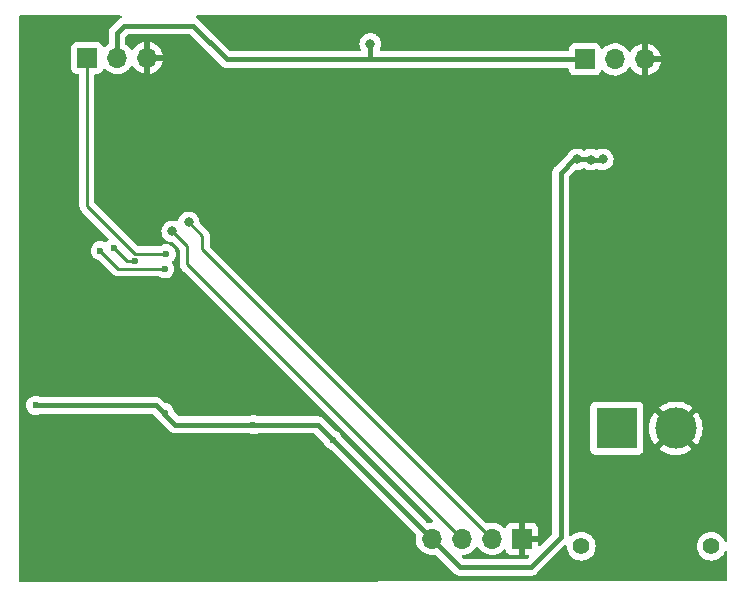
<source format=gbr>
%TF.GenerationSoftware,KiCad,Pcbnew,(6.0.6)*%
%TF.CreationDate,2022-10-01T00:42:19+08:00*%
%TF.ProjectId,Scratch_control,53637261-7463-4685-9f63-6f6e74726f6c,rev?*%
%TF.SameCoordinates,Original*%
%TF.FileFunction,Copper,L2,Bot*%
%TF.FilePolarity,Positive*%
%FSLAX46Y46*%
G04 Gerber Fmt 4.6, Leading zero omitted, Abs format (unit mm)*
G04 Created by KiCad (PCBNEW (6.0.6)) date 2022-10-01 00:42:19*
%MOMM*%
%LPD*%
G01*
G04 APERTURE LIST*
%TA.AperFunction,ComponentPad*%
%ADD10R,1.700000X1.700000*%
%TD*%
%TA.AperFunction,ComponentPad*%
%ADD11O,1.700000X1.700000*%
%TD*%
%TA.AperFunction,ComponentPad*%
%ADD12C,1.400000*%
%TD*%
%TA.AperFunction,ComponentPad*%
%ADD13R,3.500000X3.500000*%
%TD*%
%TA.AperFunction,ComponentPad*%
%ADD14C,3.500000*%
%TD*%
%TA.AperFunction,ViaPad*%
%ADD15C,0.800000*%
%TD*%
%TA.AperFunction,ViaPad*%
%ADD16C,0.600000*%
%TD*%
%TA.AperFunction,Conductor*%
%ADD17C,0.400000*%
%TD*%
%TA.AperFunction,Conductor*%
%ADD18C,0.250000*%
%TD*%
G04 APERTURE END LIST*
D10*
%TO.P,J5,1*%
%TO.N,GND*%
X171069000Y-138811000D03*
D11*
%TO.P,J5,2*%
%TO.N,/SWCLK*%
X168529000Y-138811000D03*
%TO.P,J5,3*%
%TO.N,/SWDIO*%
X165989000Y-138811000D03*
%TO.P,J5,4*%
%TO.N,+3V3*%
X163449000Y-138811000D03*
%TD*%
D12*
%TO.P,J4,*%
%TO.N,*%
X176110000Y-139453000D03*
X187110000Y-139453000D03*
D13*
%TO.P,J4,1,Pin_1*%
%TO.N,+24V*%
X179110000Y-129453000D03*
D14*
%TO.P,J4,2,Pin_2*%
%TO.N,GND*%
X184110000Y-129453000D03*
%TD*%
D10*
%TO.P,J2,1,Pin_1*%
%TO.N,+5V*%
X176418000Y-98228000D03*
D11*
%TO.P,J2,2,Pin_2*%
%TO.N,/PWM3*%
X178958000Y-98228000D03*
%TO.P,J2,3,Pin_3*%
%TO.N,GND*%
X181498000Y-98228000D03*
%TD*%
D10*
%TO.P,J1,1,Pin_1*%
%TO.N,/PWM4*%
X134254000Y-98101000D03*
D11*
%TO.P,J1,2,Pin_2*%
%TO.N,+5V*%
X136794000Y-98101000D03*
%TO.P,J1,3,Pin_3*%
%TO.N,GND*%
X139334000Y-98101000D03*
%TD*%
D15*
%TO.N,GND*%
X138430000Y-136652000D03*
X141688080Y-102716282D03*
X170053000Y-125857000D03*
X157226000Y-135001000D03*
X150876000Y-136398000D03*
X130048000Y-106807000D03*
X131826000Y-136398000D03*
X171450000Y-133985000D03*
X131826000Y-134874000D03*
D16*
X152908000Y-121031000D03*
D15*
X167229904Y-110822518D03*
X181737000Y-108077000D03*
X144526000Y-135128000D03*
X144526000Y-136652000D03*
X144780000Y-107950000D03*
X160216990Y-105100777D03*
X170053000Y-133985000D03*
X181864000Y-134747000D03*
X139319000Y-119761000D03*
X187862517Y-111794054D03*
X131445000Y-106807000D03*
X130175000Y-118110000D03*
X170688000Y-102489000D03*
X170688000Y-104013000D03*
X152273000Y-134874000D03*
X167259000Y-102489000D03*
X157226000Y-136525000D03*
X182094899Y-118319723D03*
X133223000Y-134874000D03*
X158819990Y-106624777D03*
X130048000Y-105283000D03*
X158623000Y-136525000D03*
X179705000Y-136271000D03*
X158747318Y-113659169D03*
X172593000Y-114300000D03*
X165862000Y-116967000D03*
X133223000Y-136398000D03*
X172085000Y-102489000D03*
X185420000Y-114300000D03*
X140716000Y-119761000D03*
X182363777Y-121904764D03*
X146558000Y-106426000D03*
X130048000Y-109728000D03*
X130048000Y-108204000D03*
X147955000Y-106426000D03*
X139319000Y-121285000D03*
X154813000Y-113284000D03*
X142494000Y-121285000D03*
X163430470Y-129662692D03*
X178308000Y-134747000D03*
X178308000Y-136271000D03*
X181864000Y-136271000D03*
X156337000Y-113665000D03*
X183261000Y-136271000D03*
X152273000Y-136398000D03*
X142494000Y-119761000D03*
X143383000Y-107950000D03*
X167259000Y-104013000D03*
X139827000Y-135128000D03*
X140081000Y-104648000D03*
X147955000Y-115951000D03*
X168656000Y-102489000D03*
X157661209Y-125659396D03*
X179705000Y-134747000D03*
X131445000Y-108204000D03*
X170053000Y-127381000D03*
X159512000Y-127381000D03*
X143891000Y-119761000D03*
X147955000Y-104902000D03*
X145923000Y-135128000D03*
X156718000Y-124714000D03*
X171450000Y-130810000D03*
X143383000Y-109474000D03*
X170679148Y-120268268D03*
X158819990Y-105100777D03*
X171450000Y-132461000D03*
X145923000Y-136652000D03*
X184023000Y-108204000D03*
X144780000Y-109474000D03*
X170053000Y-129286000D03*
X171450000Y-127381000D03*
X131699000Y-114046000D03*
X183261000Y-134747000D03*
X131445000Y-105283000D03*
X183388000Y-111125000D03*
X172085000Y-104013000D03*
X168656000Y-104013000D03*
X143891000Y-121285000D03*
X142494000Y-117983000D03*
X170053000Y-130810000D03*
X160216990Y-106624777D03*
X170053000Y-132461000D03*
X171450000Y-129286000D03*
X138430000Y-135128000D03*
X171450000Y-125857000D03*
X146558000Y-104902000D03*
X150876000Y-134874000D03*
X164175980Y-112522093D03*
X172741653Y-120516122D03*
X140716000Y-121285000D03*
X175768000Y-120523000D03*
X163576000Y-126619000D03*
X131445000Y-109728000D03*
X139827000Y-136652000D03*
%TO.N,+3V3*%
X175768000Y-106680000D03*
D16*
X129921000Y-127508000D03*
D15*
X177927000Y-106680000D03*
D16*
X140843000Y-128143000D03*
X148336000Y-129159000D03*
X155067000Y-130429000D03*
D15*
X176911000Y-106705000D03*
%TO.N,+5V*%
X158242000Y-96901000D03*
D16*
%TO.N,/SENSOR*%
X140843000Y-115951000D03*
X135382000Y-114427000D03*
D15*
%TO.N,/SWDIO*%
X141478000Y-112776000D03*
%TO.N,/SWCLK*%
X142875000Y-112014000D03*
D16*
%TO.N,/PWM3*%
X138303000Y-115316000D03*
X136525000Y-114173000D03*
%TO.N,/PWM4*%
X140970000Y-114681000D03*
%TD*%
D17*
%TO.N,+3V3*%
X175514000Y-106680000D02*
X176886000Y-106680000D01*
X130810000Y-127508000D02*
X129921000Y-127508000D01*
X174371000Y-138684000D02*
X174371000Y-107823000D01*
X153797000Y-129159000D02*
X143510000Y-129159000D01*
X174371000Y-107823000D02*
X175514000Y-106680000D01*
X176911000Y-106705000D02*
X177902000Y-106705000D01*
X143510000Y-129159000D02*
X141732000Y-129159000D01*
X177902000Y-106705000D02*
X177927000Y-106680000D01*
X163449000Y-138811000D02*
X165862000Y-141224000D01*
X140081000Y-127508000D02*
X130810000Y-127508000D01*
X165862000Y-141224000D02*
X171831000Y-141224000D01*
X163449000Y-138811000D02*
X153797000Y-129159000D01*
X141732000Y-129159000D02*
X140081000Y-127508000D01*
X176886000Y-106680000D02*
X176911000Y-106705000D01*
X171831000Y-141224000D02*
X174371000Y-138684000D01*
%TO.N,+5V*%
X176418000Y-98228000D02*
X158312000Y-98228000D01*
X136794000Y-95997000D02*
X136794000Y-98101000D01*
X158242000Y-96901000D02*
X158242000Y-98158000D01*
X158312000Y-98228000D02*
X146107000Y-98228000D01*
X158242000Y-98158000D02*
X158312000Y-98228000D01*
X137414000Y-95377000D02*
X136794000Y-95997000D01*
X146107000Y-98228000D02*
X143256000Y-95377000D01*
X143256000Y-95377000D02*
X137414000Y-95377000D01*
D18*
%TO.N,/SENSOR*%
X136906000Y-115951000D02*
X140843000Y-115951000D01*
X135382000Y-114427000D02*
X136906000Y-115951000D01*
%TO.N,/SWDIO*%
X142748000Y-115570000D02*
X142748000Y-114046000D01*
X142748000Y-114046000D02*
X141478000Y-112776000D01*
X165989000Y-138811000D02*
X142748000Y-115570000D01*
%TO.N,/SWCLK*%
X168529000Y-138811000D02*
X144018000Y-114300000D01*
X144018000Y-113157000D02*
X142875000Y-112014000D01*
X144018000Y-114300000D02*
X144018000Y-113157000D01*
%TO.N,/PWM3*%
X137666604Y-115316000D02*
X137668000Y-115316000D01*
X137668000Y-115316000D02*
X138303000Y-115316000D01*
X136525000Y-114173000D02*
X136525000Y-114174396D01*
X136525000Y-114174396D02*
X137666604Y-115316000D01*
%TO.N,/PWM4*%
X138303000Y-114681000D02*
X134254000Y-110632000D01*
X140970000Y-114681000D02*
X138303000Y-114681000D01*
X134254000Y-110632000D02*
X134254000Y-98101000D01*
%TD*%
%TA.AperFunction,Conductor*%
%TO.N,GND*%
G36*
X137139073Y-94508502D02*
G01*
X137185566Y-94562158D01*
X137195670Y-94632432D01*
X137166176Y-94697012D01*
X137115490Y-94732366D01*
X137083344Y-94744513D01*
X137077083Y-94748816D01*
X137074717Y-94750053D01*
X137059937Y-94758280D01*
X137057652Y-94759631D01*
X137050695Y-94762685D01*
X137044675Y-94767305D01*
X137044669Y-94767308D01*
X137013542Y-94791194D01*
X136999998Y-94801587D01*
X136994668Y-94805459D01*
X136948280Y-94837339D01*
X136948275Y-94837344D01*
X136942019Y-94841643D01*
X136936968Y-94847313D01*
X136936966Y-94847314D01*
X136900565Y-94888170D01*
X136895584Y-94893446D01*
X136313480Y-95475550D01*
X136307215Y-95481404D01*
X136263615Y-95519439D01*
X136259248Y-95525653D01*
X136226872Y-95571719D01*
X136222939Y-95577014D01*
X136183524Y-95627282D01*
X136180401Y-95634198D01*
X136179017Y-95636484D01*
X136170643Y-95651165D01*
X136169378Y-95653525D01*
X136165010Y-95659739D01*
X136162250Y-95666818D01*
X136162249Y-95666820D01*
X136141798Y-95719275D01*
X136139247Y-95725344D01*
X136112955Y-95783573D01*
X136111571Y-95791040D01*
X136110770Y-95793595D01*
X136106141Y-95809848D01*
X136105478Y-95812428D01*
X136102718Y-95819509D01*
X136101727Y-95827040D01*
X136101726Y-95827042D01*
X136094379Y-95882852D01*
X136093348Y-95889359D01*
X136081704Y-95952186D01*
X136082141Y-95959766D01*
X136082141Y-95959767D01*
X136085291Y-96014392D01*
X136085500Y-96021646D01*
X136085500Y-96871114D01*
X136065498Y-96939235D01*
X136035153Y-96971874D01*
X135898459Y-97074507D01*
X135888965Y-97081635D01*
X135832537Y-97140684D01*
X135808283Y-97166064D01*
X135746759Y-97201494D01*
X135675846Y-97198037D01*
X135618060Y-97156791D01*
X135599207Y-97123243D01*
X135557767Y-97012703D01*
X135554615Y-97004295D01*
X135467261Y-96887739D01*
X135350705Y-96800385D01*
X135214316Y-96749255D01*
X135152134Y-96742500D01*
X133355866Y-96742500D01*
X133293684Y-96749255D01*
X133157295Y-96800385D01*
X133040739Y-96887739D01*
X132953385Y-97004295D01*
X132902255Y-97140684D01*
X132895500Y-97202866D01*
X132895500Y-98999134D01*
X132902255Y-99061316D01*
X132953385Y-99197705D01*
X133040739Y-99314261D01*
X133157295Y-99401615D01*
X133293684Y-99452745D01*
X133355866Y-99459500D01*
X133494500Y-99459500D01*
X133562621Y-99479502D01*
X133609114Y-99533158D01*
X133620500Y-99585500D01*
X133620500Y-110553233D01*
X133619973Y-110564416D01*
X133618298Y-110571909D01*
X133618547Y-110579835D01*
X133618547Y-110579836D01*
X133620438Y-110639986D01*
X133620500Y-110643945D01*
X133620500Y-110671856D01*
X133620997Y-110675790D01*
X133620997Y-110675791D01*
X133621005Y-110675856D01*
X133621938Y-110687693D01*
X133623327Y-110731889D01*
X133628978Y-110751339D01*
X133632987Y-110770700D01*
X133635526Y-110790797D01*
X133638445Y-110798168D01*
X133638445Y-110798170D01*
X133651804Y-110831912D01*
X133655649Y-110843142D01*
X133667982Y-110885593D01*
X133672015Y-110892412D01*
X133672017Y-110892417D01*
X133678293Y-110903028D01*
X133686988Y-110920776D01*
X133694448Y-110939617D01*
X133699110Y-110946033D01*
X133699110Y-110946034D01*
X133720436Y-110975387D01*
X133726952Y-110985307D01*
X133749458Y-111023362D01*
X133763779Y-111037683D01*
X133776619Y-111052716D01*
X133788528Y-111069107D01*
X133794634Y-111074158D01*
X133822605Y-111097298D01*
X133831384Y-111105288D01*
X136056066Y-113329970D01*
X136090092Y-113392282D01*
X136085027Y-113463097D01*
X136042480Y-113519933D01*
X136032999Y-113526379D01*
X136030091Y-113528168D01*
X136030085Y-113528172D01*
X136024088Y-113531862D01*
X136019055Y-113536791D01*
X135906880Y-113646641D01*
X135894493Y-113658771D01*
X135891451Y-113663491D01*
X135833363Y-113703319D01*
X135762398Y-113705436D01*
X135742140Y-113697932D01*
X135738666Y-113695727D01*
X135647238Y-113663171D01*
X135574425Y-113637243D01*
X135574420Y-113637242D01*
X135567790Y-113634881D01*
X135560802Y-113634048D01*
X135560799Y-113634047D01*
X135437698Y-113619368D01*
X135387680Y-113613404D01*
X135380677Y-113614140D01*
X135380676Y-113614140D01*
X135214288Y-113631628D01*
X135214286Y-113631629D01*
X135207288Y-113632364D01*
X135035579Y-113690818D01*
X135015259Y-113703319D01*
X134887095Y-113782166D01*
X134887092Y-113782168D01*
X134881088Y-113785862D01*
X134876053Y-113790793D01*
X134876050Y-113790795D01*
X134765942Y-113898621D01*
X134751493Y-113912771D01*
X134653235Y-114065238D01*
X134650826Y-114071858D01*
X134650824Y-114071861D01*
X134610883Y-114181598D01*
X134591197Y-114235685D01*
X134568463Y-114415640D01*
X134586163Y-114596160D01*
X134643418Y-114768273D01*
X134647065Y-114774295D01*
X134647066Y-114774297D01*
X134647189Y-114774499D01*
X134737380Y-114923424D01*
X134863382Y-115053902D01*
X135015159Y-115153222D01*
X135021763Y-115155678D01*
X135021765Y-115155679D01*
X135178558Y-115213990D01*
X135178560Y-115213990D01*
X135185168Y-115216448D01*
X135192153Y-115217380D01*
X135192157Y-115217381D01*
X135227087Y-115222041D01*
X135247187Y-115224723D01*
X135312063Y-115253558D01*
X135319617Y-115260521D01*
X136402343Y-116343247D01*
X136409887Y-116351537D01*
X136414000Y-116358018D01*
X136419777Y-116363443D01*
X136463667Y-116404658D01*
X136466509Y-116407413D01*
X136486230Y-116427134D01*
X136489425Y-116429612D01*
X136498447Y-116437318D01*
X136530679Y-116467586D01*
X136537628Y-116471406D01*
X136548432Y-116477346D01*
X136564956Y-116488199D01*
X136580959Y-116500613D01*
X136621543Y-116518176D01*
X136632173Y-116523383D01*
X136670940Y-116544695D01*
X136678617Y-116546666D01*
X136678622Y-116546668D01*
X136690558Y-116549732D01*
X136709266Y-116556137D01*
X136727855Y-116564181D01*
X136735680Y-116565420D01*
X136735682Y-116565421D01*
X136771519Y-116571097D01*
X136783140Y-116573504D01*
X136818289Y-116582528D01*
X136825970Y-116584500D01*
X136846231Y-116584500D01*
X136865940Y-116586051D01*
X136885943Y-116589219D01*
X136893835Y-116588473D01*
X136899062Y-116587979D01*
X136929954Y-116585059D01*
X136941811Y-116584500D01*
X140296903Y-116584500D01*
X140365896Y-116605068D01*
X140476159Y-116677222D01*
X140482763Y-116679678D01*
X140482765Y-116679679D01*
X140639558Y-116737990D01*
X140639560Y-116737990D01*
X140646168Y-116740448D01*
X140729995Y-116751633D01*
X140818980Y-116763507D01*
X140818984Y-116763507D01*
X140825961Y-116764438D01*
X140832972Y-116763800D01*
X140832976Y-116763800D01*
X140975459Y-116750832D01*
X141006600Y-116747998D01*
X141013302Y-116745820D01*
X141013304Y-116745820D01*
X141172409Y-116694124D01*
X141172412Y-116694123D01*
X141179108Y-116691947D01*
X141334912Y-116599069D01*
X141466266Y-116473982D01*
X141566643Y-116322902D01*
X141631055Y-116153338D01*
X141632035Y-116146366D01*
X141655748Y-115977639D01*
X141655748Y-115977636D01*
X141656299Y-115973717D01*
X141656616Y-115951000D01*
X141636397Y-115770745D01*
X141614791Y-115708700D01*
X141579064Y-115606106D01*
X141579062Y-115606103D01*
X141576745Y-115599448D01*
X141482439Y-115448525D01*
X141463304Y-115380157D01*
X141484170Y-115312296D01*
X141502402Y-115290512D01*
X141588159Y-115208846D01*
X141588162Y-115208843D01*
X141593266Y-115203982D01*
X141693643Y-115052902D01*
X141758055Y-114883338D01*
X141778358Y-114738876D01*
X141782748Y-114707639D01*
X141782748Y-114707636D01*
X141783299Y-114703717D01*
X141783616Y-114681000D01*
X141763397Y-114500745D01*
X141748789Y-114458797D01*
X141706064Y-114336106D01*
X141706062Y-114336103D01*
X141703745Y-114329448D01*
X141607626Y-114175624D01*
X141538577Y-114106091D01*
X141484778Y-114051915D01*
X141484774Y-114051912D01*
X141479815Y-114046918D01*
X141468697Y-114039862D01*
X141399959Y-113996240D01*
X141326666Y-113949727D01*
X141183143Y-113898621D01*
X141161109Y-113882634D01*
X141144452Y-113887013D01*
X141133124Y-113886178D01*
X141038028Y-113874839D01*
X140975680Y-113867404D01*
X140968677Y-113868140D01*
X140968676Y-113868140D01*
X140802288Y-113885628D01*
X140802286Y-113885629D01*
X140795288Y-113886364D01*
X140623579Y-113944818D01*
X140487039Y-114028819D01*
X140421019Y-114047500D01*
X138617594Y-114047500D01*
X138549473Y-114027498D01*
X138528499Y-114010595D01*
X134924405Y-110406500D01*
X134890379Y-110344188D01*
X134887500Y-110317405D01*
X134887500Y-99585500D01*
X134907502Y-99517379D01*
X134961158Y-99470886D01*
X135013500Y-99459500D01*
X135152134Y-99459500D01*
X135214316Y-99452745D01*
X135350705Y-99401615D01*
X135467261Y-99314261D01*
X135554615Y-99197705D01*
X135576799Y-99138529D01*
X135598598Y-99080382D01*
X135641240Y-99023618D01*
X135707802Y-98998918D01*
X135777150Y-99014126D01*
X135811817Y-99042114D01*
X135840250Y-99074938D01*
X136012126Y-99217632D01*
X136205000Y-99330338D01*
X136413692Y-99410030D01*
X136418760Y-99411061D01*
X136418763Y-99411062D01*
X136513862Y-99430410D01*
X136632597Y-99454567D01*
X136637772Y-99454757D01*
X136637774Y-99454757D01*
X136850673Y-99462564D01*
X136850677Y-99462564D01*
X136855837Y-99462753D01*
X136860957Y-99462097D01*
X136860959Y-99462097D01*
X137072288Y-99435025D01*
X137072289Y-99435025D01*
X137077416Y-99434368D01*
X137082366Y-99432883D01*
X137286429Y-99371661D01*
X137286434Y-99371659D01*
X137291384Y-99370174D01*
X137491994Y-99271896D01*
X137673860Y-99142173D01*
X137704652Y-99111489D01*
X137817616Y-98998918D01*
X137832096Y-98984489D01*
X137866580Y-98936500D01*
X137962453Y-98803077D01*
X137963640Y-98803930D01*
X138010960Y-98760362D01*
X138080897Y-98748145D01*
X138146338Y-98775678D01*
X138174166Y-98807511D01*
X138231694Y-98901388D01*
X138237777Y-98909699D01*
X138377213Y-99070667D01*
X138384580Y-99077883D01*
X138548434Y-99213916D01*
X138556881Y-99219831D01*
X138740756Y-99327279D01*
X138750042Y-99331729D01*
X138949001Y-99407703D01*
X138958899Y-99410579D01*
X139062250Y-99431606D01*
X139076299Y-99430410D01*
X139080000Y-99420065D01*
X139080000Y-99419517D01*
X139588000Y-99419517D01*
X139592064Y-99433359D01*
X139605478Y-99435393D01*
X139612184Y-99434534D01*
X139622262Y-99432392D01*
X139826255Y-99371191D01*
X139835842Y-99367433D01*
X140027095Y-99273739D01*
X140035945Y-99268464D01*
X140209328Y-99144792D01*
X140217200Y-99138139D01*
X140368052Y-98987812D01*
X140374730Y-98979965D01*
X140499003Y-98807020D01*
X140504313Y-98798183D01*
X140598670Y-98607267D01*
X140602469Y-98597672D01*
X140664377Y-98393910D01*
X140666555Y-98383837D01*
X140667986Y-98372962D01*
X140665775Y-98358778D01*
X140652617Y-98355000D01*
X139606115Y-98355000D01*
X139590876Y-98359475D01*
X139589671Y-98360865D01*
X139588000Y-98368548D01*
X139588000Y-99419517D01*
X139080000Y-99419517D01*
X139080000Y-97828885D01*
X139588000Y-97828885D01*
X139592475Y-97844124D01*
X139593865Y-97845329D01*
X139601548Y-97847000D01*
X140652344Y-97847000D01*
X140665875Y-97843027D01*
X140667180Y-97833947D01*
X140625214Y-97666875D01*
X140621894Y-97657124D01*
X140536972Y-97461814D01*
X140532105Y-97452739D01*
X140416426Y-97273926D01*
X140410136Y-97265757D01*
X140266806Y-97108240D01*
X140259273Y-97101215D01*
X140092139Y-96969222D01*
X140083552Y-96963517D01*
X139897117Y-96860599D01*
X139887705Y-96856369D01*
X139686959Y-96785280D01*
X139676988Y-96782646D01*
X139605837Y-96769972D01*
X139592540Y-96771432D01*
X139588000Y-96785989D01*
X139588000Y-97828885D01*
X139080000Y-97828885D01*
X139080000Y-96784102D01*
X139076082Y-96770758D01*
X139061806Y-96768771D01*
X139023324Y-96774660D01*
X139013288Y-96777051D01*
X138810868Y-96843212D01*
X138801359Y-96847209D01*
X138612463Y-96945542D01*
X138603738Y-96951036D01*
X138433433Y-97078905D01*
X138425726Y-97085748D01*
X138278590Y-97239717D01*
X138272109Y-97247722D01*
X138167498Y-97401074D01*
X138112587Y-97446076D01*
X138042062Y-97454247D01*
X137978315Y-97422993D01*
X137957618Y-97398509D01*
X137876822Y-97273617D01*
X137876820Y-97273614D01*
X137874014Y-97269277D01*
X137723670Y-97104051D01*
X137719619Y-97100852D01*
X137719615Y-97100848D01*
X137550408Y-96967216D01*
X137509345Y-96909298D01*
X137502500Y-96868334D01*
X137502500Y-96342661D01*
X137522502Y-96274540D01*
X137539405Y-96253565D01*
X137670567Y-96122404D01*
X137732879Y-96088379D01*
X137759662Y-96085500D01*
X142910340Y-96085500D01*
X142978461Y-96105502D01*
X142999435Y-96122405D01*
X145585550Y-98708520D01*
X145591404Y-98714785D01*
X145629439Y-98758385D01*
X145681719Y-98795128D01*
X145687014Y-98799061D01*
X145737282Y-98838476D01*
X145744198Y-98841599D01*
X145746484Y-98842983D01*
X145761165Y-98851357D01*
X145763525Y-98852622D01*
X145769739Y-98856990D01*
X145776818Y-98859750D01*
X145776820Y-98859751D01*
X145829275Y-98880202D01*
X145835344Y-98882753D01*
X145893573Y-98909045D01*
X145901040Y-98910429D01*
X145903595Y-98911230D01*
X145919848Y-98915859D01*
X145922428Y-98916522D01*
X145929509Y-98919282D01*
X145937040Y-98920273D01*
X145937042Y-98920274D01*
X145966661Y-98924173D01*
X145992861Y-98927622D01*
X145999359Y-98928652D01*
X146062186Y-98940296D01*
X146069766Y-98939859D01*
X146069767Y-98939859D01*
X146124392Y-98936709D01*
X146131646Y-98936500D01*
X158235127Y-98936500D01*
X158258088Y-98938610D01*
X158259718Y-98938912D01*
X158259719Y-98938912D01*
X158267186Y-98940296D01*
X158274766Y-98939859D01*
X158274767Y-98939859D01*
X158329392Y-98936709D01*
X158336646Y-98936500D01*
X174933500Y-98936500D01*
X175001621Y-98956502D01*
X175048114Y-99010158D01*
X175059500Y-99062500D01*
X175059500Y-99126134D01*
X175066255Y-99188316D01*
X175117385Y-99324705D01*
X175204739Y-99441261D01*
X175321295Y-99528615D01*
X175457684Y-99579745D01*
X175519866Y-99586500D01*
X177316134Y-99586500D01*
X177378316Y-99579745D01*
X177514705Y-99528615D01*
X177631261Y-99441261D01*
X177718615Y-99324705D01*
X177737559Y-99274173D01*
X177762598Y-99207382D01*
X177805240Y-99150618D01*
X177871802Y-99125918D01*
X177941150Y-99141126D01*
X177975817Y-99169114D01*
X178004250Y-99201938D01*
X178176126Y-99344632D01*
X178369000Y-99457338D01*
X178373825Y-99459180D01*
X178373826Y-99459181D01*
X178446612Y-99486975D01*
X178577692Y-99537030D01*
X178582760Y-99538061D01*
X178582763Y-99538062D01*
X178677862Y-99557410D01*
X178796597Y-99581567D01*
X178801772Y-99581757D01*
X178801774Y-99581757D01*
X179014673Y-99589564D01*
X179014677Y-99589564D01*
X179019837Y-99589753D01*
X179024957Y-99589097D01*
X179024959Y-99589097D01*
X179236288Y-99562025D01*
X179236289Y-99562025D01*
X179241416Y-99561368D01*
X179246366Y-99559883D01*
X179450429Y-99498661D01*
X179450434Y-99498659D01*
X179455384Y-99497174D01*
X179655994Y-99398896D01*
X179837860Y-99269173D01*
X179889582Y-99217632D01*
X179962676Y-99144792D01*
X179996096Y-99111489D01*
X180022361Y-99074938D01*
X180126453Y-98930077D01*
X180127640Y-98930930D01*
X180174960Y-98887362D01*
X180244897Y-98875145D01*
X180310338Y-98902678D01*
X180338166Y-98934511D01*
X180395694Y-99028388D01*
X180401777Y-99036699D01*
X180541213Y-99197667D01*
X180548580Y-99204883D01*
X180712434Y-99340916D01*
X180720881Y-99346831D01*
X180904756Y-99454279D01*
X180914042Y-99458729D01*
X181113001Y-99534703D01*
X181122899Y-99537579D01*
X181226250Y-99558606D01*
X181240299Y-99557410D01*
X181244000Y-99547065D01*
X181244000Y-99546517D01*
X181752000Y-99546517D01*
X181756064Y-99560359D01*
X181769478Y-99562393D01*
X181776184Y-99561534D01*
X181786262Y-99559392D01*
X181990255Y-99498191D01*
X181999842Y-99494433D01*
X182191095Y-99400739D01*
X182199945Y-99395464D01*
X182373328Y-99271792D01*
X182381200Y-99265139D01*
X182532052Y-99114812D01*
X182538730Y-99106965D01*
X182663003Y-98934020D01*
X182668313Y-98925183D01*
X182762670Y-98734267D01*
X182766469Y-98724672D01*
X182828377Y-98520910D01*
X182830555Y-98510837D01*
X182831986Y-98499962D01*
X182829775Y-98485778D01*
X182816617Y-98482000D01*
X181770115Y-98482000D01*
X181754876Y-98486475D01*
X181753671Y-98487865D01*
X181752000Y-98495548D01*
X181752000Y-99546517D01*
X181244000Y-99546517D01*
X181244000Y-97955885D01*
X181752000Y-97955885D01*
X181756475Y-97971124D01*
X181757865Y-97972329D01*
X181765548Y-97974000D01*
X182816344Y-97974000D01*
X182829875Y-97970027D01*
X182831180Y-97960947D01*
X182789214Y-97793875D01*
X182785894Y-97784124D01*
X182700972Y-97588814D01*
X182696105Y-97579739D01*
X182580426Y-97400926D01*
X182574136Y-97392757D01*
X182430806Y-97235240D01*
X182423273Y-97228215D01*
X182256139Y-97096222D01*
X182247552Y-97090517D01*
X182061117Y-96987599D01*
X182051705Y-96983369D01*
X181850959Y-96912280D01*
X181840988Y-96909646D01*
X181769837Y-96896972D01*
X181756540Y-96898432D01*
X181752000Y-96912989D01*
X181752000Y-97955885D01*
X181244000Y-97955885D01*
X181244000Y-96911102D01*
X181240082Y-96897758D01*
X181225806Y-96895771D01*
X181187324Y-96901660D01*
X181177288Y-96904051D01*
X180974868Y-96970212D01*
X180965359Y-96974209D01*
X180776463Y-97072542D01*
X180767738Y-97078036D01*
X180597433Y-97205905D01*
X180589726Y-97212748D01*
X180442590Y-97366717D01*
X180436109Y-97374722D01*
X180331498Y-97528074D01*
X180276587Y-97573076D01*
X180206062Y-97581247D01*
X180142315Y-97549993D01*
X180121618Y-97525509D01*
X180040822Y-97400617D01*
X180040820Y-97400614D01*
X180038014Y-97396277D01*
X179887670Y-97231051D01*
X179883619Y-97227852D01*
X179883615Y-97227848D01*
X179716414Y-97095800D01*
X179716410Y-97095798D01*
X179712359Y-97092598D01*
X179692500Y-97081635D01*
X179660136Y-97063769D01*
X179516789Y-96984638D01*
X179511920Y-96982914D01*
X179511916Y-96982912D01*
X179311087Y-96911795D01*
X179311083Y-96911794D01*
X179306212Y-96910069D01*
X179301119Y-96909162D01*
X179301116Y-96909161D01*
X179091373Y-96871800D01*
X179091367Y-96871799D01*
X179086284Y-96870894D01*
X179012452Y-96869992D01*
X178868081Y-96868228D01*
X178868079Y-96868228D01*
X178862911Y-96868165D01*
X178642091Y-96901955D01*
X178429756Y-96971357D01*
X178231607Y-97074507D01*
X178227474Y-97077610D01*
X178227471Y-97077612D01*
X178057100Y-97205530D01*
X178052965Y-97208635D01*
X177990572Y-97273926D01*
X177972283Y-97293064D01*
X177910759Y-97328494D01*
X177839846Y-97325037D01*
X177782060Y-97283791D01*
X177763207Y-97250243D01*
X177721767Y-97139703D01*
X177718615Y-97131295D01*
X177631261Y-97014739D01*
X177514705Y-96927385D01*
X177378316Y-96876255D01*
X177316134Y-96869500D01*
X175519866Y-96869500D01*
X175457684Y-96876255D01*
X175321295Y-96927385D01*
X175204739Y-97014739D01*
X175117385Y-97131295D01*
X175066255Y-97267684D01*
X175059500Y-97329866D01*
X175059500Y-97393500D01*
X175039498Y-97461621D01*
X174985842Y-97508114D01*
X174933500Y-97519500D01*
X159152192Y-97519500D01*
X159084071Y-97499498D01*
X159037578Y-97445842D01*
X159027474Y-97375568D01*
X159043073Y-97330500D01*
X159073223Y-97278279D01*
X159073224Y-97278278D01*
X159076527Y-97272556D01*
X159135542Y-97090928D01*
X159137475Y-97072542D01*
X159154814Y-96907565D01*
X159155504Y-96901000D01*
X159143416Y-96785989D01*
X159136232Y-96717635D01*
X159136232Y-96717633D01*
X159135542Y-96711072D01*
X159076527Y-96529444D01*
X158981040Y-96364056D01*
X158853253Y-96222134D01*
X158754157Y-96150136D01*
X158704094Y-96113763D01*
X158704093Y-96113762D01*
X158698752Y-96109882D01*
X158692724Y-96107198D01*
X158692722Y-96107197D01*
X158530319Y-96034891D01*
X158530318Y-96034891D01*
X158524288Y-96032206D01*
X158430887Y-96012353D01*
X158343944Y-95993872D01*
X158343939Y-95993872D01*
X158337487Y-95992500D01*
X158146513Y-95992500D01*
X158140061Y-95993872D01*
X158140056Y-95993872D01*
X158053112Y-96012353D01*
X157959712Y-96032206D01*
X157953682Y-96034891D01*
X157953681Y-96034891D01*
X157791278Y-96107197D01*
X157791276Y-96107198D01*
X157785248Y-96109882D01*
X157779907Y-96113762D01*
X157779906Y-96113763D01*
X157729843Y-96150136D01*
X157630747Y-96222134D01*
X157502960Y-96364056D01*
X157407473Y-96529444D01*
X157348458Y-96711072D01*
X157347768Y-96717633D01*
X157347768Y-96717635D01*
X157340584Y-96785989D01*
X157328496Y-96901000D01*
X157329186Y-96907565D01*
X157346526Y-97072542D01*
X157348458Y-97090928D01*
X157407473Y-97272556D01*
X157410776Y-97278278D01*
X157410777Y-97278279D01*
X157440927Y-97330500D01*
X157457665Y-97399495D01*
X157434445Y-97466587D01*
X157378637Y-97510474D01*
X157331808Y-97519500D01*
X146452660Y-97519500D01*
X146384539Y-97499498D01*
X146363565Y-97482595D01*
X143777450Y-94896480D01*
X143771596Y-94890215D01*
X143769812Y-94888170D01*
X143733561Y-94846615D01*
X143681280Y-94809871D01*
X143675986Y-94805939D01*
X143631693Y-94771209D01*
X143625718Y-94766524D01*
X143618802Y-94763401D01*
X143616516Y-94762017D01*
X143601835Y-94753643D01*
X143599475Y-94752378D01*
X143593261Y-94748010D01*
X143551923Y-94731893D01*
X143495722Y-94688512D01*
X143471895Y-94621633D01*
X143488008Y-94552489D01*
X143538946Y-94503033D01*
X143597693Y-94488500D01*
X188341500Y-94488500D01*
X188409621Y-94508502D01*
X188456114Y-94562158D01*
X188467500Y-94614500D01*
X188467500Y-138936265D01*
X188447498Y-139004386D01*
X188393842Y-139050879D01*
X188323568Y-139060983D01*
X188258988Y-139031489D01*
X188227305Y-138989515D01*
X188162912Y-138851423D01*
X188162910Y-138851420D01*
X188160589Y-138846442D01*
X188039301Y-138673224D01*
X187889776Y-138523699D01*
X187716558Y-138402411D01*
X187711580Y-138400090D01*
X187711577Y-138400088D01*
X187529892Y-138315367D01*
X187529891Y-138315366D01*
X187524910Y-138313044D01*
X187519602Y-138311622D01*
X187519600Y-138311621D01*
X187325970Y-138259738D01*
X187325968Y-138259738D01*
X187320655Y-138258314D01*
X187110000Y-138239884D01*
X186899345Y-138258314D01*
X186894032Y-138259738D01*
X186894030Y-138259738D01*
X186700400Y-138311621D01*
X186700398Y-138311622D01*
X186695090Y-138313044D01*
X186690109Y-138315366D01*
X186690108Y-138315367D01*
X186508423Y-138400088D01*
X186508420Y-138400090D01*
X186503442Y-138402411D01*
X186330224Y-138523699D01*
X186180699Y-138673224D01*
X186059411Y-138846442D01*
X185970044Y-139038090D01*
X185968622Y-139043398D01*
X185968621Y-139043400D01*
X185916738Y-139237030D01*
X185915314Y-139242345D01*
X185896884Y-139453000D01*
X185915314Y-139663655D01*
X185916738Y-139668968D01*
X185916738Y-139668970D01*
X185966631Y-139855171D01*
X185970044Y-139867910D01*
X185972366Y-139872891D01*
X185972367Y-139872892D01*
X186050449Y-140040338D01*
X186059411Y-140059558D01*
X186180699Y-140232776D01*
X186330224Y-140382301D01*
X186503442Y-140503589D01*
X186508420Y-140505910D01*
X186508423Y-140505912D01*
X186522811Y-140512621D01*
X186695090Y-140592956D01*
X186700398Y-140594378D01*
X186700400Y-140594379D01*
X186894030Y-140646262D01*
X186894032Y-140646262D01*
X186899345Y-140647686D01*
X187110000Y-140666116D01*
X187320655Y-140647686D01*
X187325968Y-140646262D01*
X187325970Y-140646262D01*
X187519600Y-140594379D01*
X187519602Y-140594378D01*
X187524910Y-140592956D01*
X187697189Y-140512621D01*
X187711577Y-140505912D01*
X187711580Y-140505910D01*
X187716558Y-140503589D01*
X187889776Y-140382301D01*
X188039301Y-140232776D01*
X188160589Y-140059558D01*
X188169552Y-140040338D01*
X188227305Y-139916485D01*
X188274222Y-139863200D01*
X188342500Y-139843739D01*
X188410459Y-139864281D01*
X188456525Y-139918304D01*
X188467500Y-139969735D01*
X188467500Y-142241842D01*
X188447498Y-142309963D01*
X188393842Y-142356456D01*
X188341767Y-142367842D01*
X129031226Y-142493500D01*
X128650500Y-142493500D01*
X128582379Y-142473498D01*
X128535886Y-142419842D01*
X128524500Y-142367500D01*
X128524500Y-127496640D01*
X129107463Y-127496640D01*
X129125163Y-127677160D01*
X129182418Y-127849273D01*
X129186065Y-127855295D01*
X129186066Y-127855297D01*
X129251139Y-127962745D01*
X129276380Y-128004424D01*
X129281269Y-128009487D01*
X129281270Y-128009488D01*
X129326244Y-128056059D01*
X129402382Y-128134902D01*
X129554159Y-128234222D01*
X129560763Y-128236678D01*
X129560765Y-128236679D01*
X129717558Y-128294990D01*
X129717560Y-128294990D01*
X129724168Y-128297448D01*
X129807995Y-128308633D01*
X129896980Y-128320507D01*
X129896984Y-128320507D01*
X129903961Y-128321438D01*
X129910972Y-128320800D01*
X129910976Y-128320800D01*
X130053459Y-128307832D01*
X130084600Y-128304998D01*
X130091302Y-128302820D01*
X130091304Y-128302820D01*
X130250409Y-128251124D01*
X130250412Y-128251123D01*
X130257108Y-128248947D01*
X130281727Y-128234271D01*
X130346245Y-128216500D01*
X139735340Y-128216500D01*
X139803461Y-128236502D01*
X139824435Y-128253405D01*
X140169056Y-128598026D01*
X140187736Y-128621849D01*
X140198380Y-128639424D01*
X140203269Y-128644487D01*
X140203270Y-128644488D01*
X140236096Y-128678480D01*
X140324382Y-128769902D01*
X140330274Y-128773757D01*
X140330278Y-128773761D01*
X140361374Y-128794109D01*
X140381476Y-128810446D01*
X141210550Y-129639520D01*
X141216404Y-129645785D01*
X141254439Y-129689385D01*
X141260657Y-129693755D01*
X141306697Y-129726112D01*
X141311993Y-129730045D01*
X141362282Y-129769477D01*
X141369204Y-129772602D01*
X141371452Y-129773964D01*
X141386185Y-129782368D01*
X141388524Y-129783622D01*
X141394739Y-129787990D01*
X141401815Y-129790749D01*
X141401819Y-129790751D01*
X141454274Y-129811202D01*
X141460352Y-129813757D01*
X141518574Y-129840045D01*
X141526045Y-129841429D01*
X141528599Y-129842230D01*
X141544878Y-129846867D01*
X141547433Y-129847523D01*
X141554509Y-129850282D01*
X141582962Y-129854028D01*
X141617851Y-129858621D01*
X141624367Y-129859653D01*
X141666706Y-129867500D01*
X141687187Y-129871296D01*
X141694767Y-129870859D01*
X141694768Y-129870859D01*
X141749398Y-129867709D01*
X141756651Y-129867500D01*
X147905800Y-129867500D01*
X147962609Y-129881033D01*
X147963260Y-129881362D01*
X147969159Y-129885222D01*
X147975767Y-129887680D01*
X147975768Y-129887680D01*
X148132558Y-129945990D01*
X148132560Y-129945990D01*
X148139168Y-129948448D01*
X148222995Y-129959633D01*
X148311980Y-129971507D01*
X148311984Y-129971507D01*
X148318961Y-129972438D01*
X148325972Y-129971800D01*
X148325976Y-129971800D01*
X148468459Y-129958832D01*
X148499600Y-129955998D01*
X148506302Y-129953820D01*
X148506304Y-129953820D01*
X148665409Y-129902124D01*
X148665412Y-129902123D01*
X148672108Y-129899947D01*
X148696727Y-129885271D01*
X148761245Y-129867500D01*
X153451340Y-129867500D01*
X153519461Y-129887502D01*
X153540435Y-129904405D01*
X154268532Y-130632502D01*
X154298995Y-130681825D01*
X154328418Y-130770273D01*
X154332065Y-130776295D01*
X154332066Y-130776297D01*
X154380622Y-130856472D01*
X154422380Y-130925424D01*
X154548382Y-131055902D01*
X154700159Y-131155222D01*
X154706763Y-131157678D01*
X154706765Y-131157679D01*
X154819439Y-131199582D01*
X154864614Y-131228584D01*
X162076251Y-138440222D01*
X162110277Y-138502534D01*
X162110915Y-138552231D01*
X162109989Y-138555570D01*
X162086251Y-138777695D01*
X162099110Y-139000715D01*
X162100247Y-139005761D01*
X162100248Y-139005767D01*
X162114606Y-139069475D01*
X162148222Y-139218639D01*
X162232266Y-139425616D01*
X162283942Y-139509944D01*
X162346291Y-139611688D01*
X162348987Y-139616088D01*
X162495250Y-139784938D01*
X162667126Y-139927632D01*
X162860000Y-140040338D01*
X163068692Y-140120030D01*
X163073760Y-140121061D01*
X163073763Y-140121062D01*
X163133891Y-140133295D01*
X163287597Y-140164567D01*
X163292772Y-140164757D01*
X163292774Y-140164757D01*
X163505673Y-140172564D01*
X163505677Y-140172564D01*
X163510837Y-140172753D01*
X163515957Y-140172097D01*
X163515959Y-140172097D01*
X163713588Y-140146780D01*
X163783698Y-140157964D01*
X163818693Y-140182664D01*
X165340557Y-141704528D01*
X165346411Y-141710793D01*
X165384439Y-141754385D01*
X165436729Y-141791136D01*
X165441971Y-141795028D01*
X165492282Y-141834476D01*
X165499201Y-141837600D01*
X165501493Y-141838988D01*
X165516165Y-141847357D01*
X165518525Y-141848622D01*
X165524739Y-141852990D01*
X165531818Y-141855750D01*
X165531820Y-141855751D01*
X165584275Y-141876202D01*
X165590344Y-141878753D01*
X165648573Y-141905045D01*
X165656046Y-141906430D01*
X165658612Y-141907234D01*
X165674835Y-141911855D01*
X165677427Y-141912520D01*
X165684509Y-141915282D01*
X165692044Y-141916274D01*
X165747861Y-141923622D01*
X165754377Y-141924654D01*
X165792770Y-141931770D01*
X165817186Y-141936295D01*
X165824766Y-141935858D01*
X165824767Y-141935858D01*
X165879380Y-141932709D01*
X165886633Y-141932500D01*
X171802088Y-141932500D01*
X171810658Y-141932792D01*
X171860776Y-141936209D01*
X171860780Y-141936209D01*
X171868352Y-141936725D01*
X171875829Y-141935420D01*
X171875830Y-141935420D01*
X171902308Y-141930799D01*
X171931303Y-141925738D01*
X171937821Y-141924777D01*
X172001242Y-141917102D01*
X172008343Y-141914419D01*
X172010952Y-141913778D01*
X172027262Y-141909315D01*
X172029798Y-141908550D01*
X172037284Y-141907243D01*
X172095800Y-141881556D01*
X172101904Y-141879065D01*
X172154548Y-141859173D01*
X172154549Y-141859172D01*
X172161656Y-141856487D01*
X172167919Y-141852183D01*
X172170285Y-141850946D01*
X172185097Y-141842701D01*
X172187351Y-141841368D01*
X172194305Y-141838315D01*
X172245002Y-141799413D01*
X172250332Y-141795541D01*
X172296720Y-141763661D01*
X172296725Y-141763656D01*
X172302981Y-141759357D01*
X172344436Y-141712829D01*
X172349416Y-141707554D01*
X174682268Y-139374703D01*
X174744580Y-139340677D01*
X174815396Y-139345742D01*
X174872231Y-139388289D01*
X174896384Y-139453044D01*
X174896884Y-139453000D01*
X174915314Y-139663655D01*
X174916738Y-139668968D01*
X174916738Y-139668970D01*
X174966631Y-139855171D01*
X174970044Y-139867910D01*
X174972366Y-139872891D01*
X174972367Y-139872892D01*
X175050449Y-140040338D01*
X175059411Y-140059558D01*
X175180699Y-140232776D01*
X175330224Y-140382301D01*
X175503442Y-140503589D01*
X175508420Y-140505910D01*
X175508423Y-140505912D01*
X175522811Y-140512621D01*
X175695090Y-140592956D01*
X175700398Y-140594378D01*
X175700400Y-140594379D01*
X175894030Y-140646262D01*
X175894032Y-140646262D01*
X175899345Y-140647686D01*
X176110000Y-140666116D01*
X176320655Y-140647686D01*
X176325968Y-140646262D01*
X176325970Y-140646262D01*
X176519600Y-140594379D01*
X176519602Y-140594378D01*
X176524910Y-140592956D01*
X176697189Y-140512621D01*
X176711577Y-140505912D01*
X176711580Y-140505910D01*
X176716558Y-140503589D01*
X176889776Y-140382301D01*
X177039301Y-140232776D01*
X177160589Y-140059558D01*
X177169552Y-140040338D01*
X177247633Y-139872892D01*
X177247634Y-139872891D01*
X177249956Y-139867910D01*
X177253370Y-139855171D01*
X177303262Y-139668970D01*
X177303262Y-139668968D01*
X177304686Y-139663655D01*
X177323116Y-139453000D01*
X177304686Y-139242345D01*
X177303262Y-139237030D01*
X177251379Y-139043400D01*
X177251378Y-139043398D01*
X177249956Y-139038090D01*
X177160589Y-138846442D01*
X177039301Y-138673224D01*
X176889776Y-138523699D01*
X176716558Y-138402411D01*
X176711580Y-138400090D01*
X176711577Y-138400088D01*
X176529892Y-138315367D01*
X176529891Y-138315366D01*
X176524910Y-138313044D01*
X176519602Y-138311622D01*
X176519600Y-138311621D01*
X176325970Y-138259738D01*
X176325968Y-138259738D01*
X176320655Y-138258314D01*
X176110000Y-138239884D01*
X175899345Y-138258314D01*
X175894032Y-138259738D01*
X175894030Y-138259738D01*
X175700400Y-138311621D01*
X175700398Y-138311622D01*
X175695090Y-138313044D01*
X175690109Y-138315366D01*
X175690108Y-138315367D01*
X175508423Y-138400088D01*
X175508420Y-138400090D01*
X175503442Y-138402411D01*
X175330224Y-138523699D01*
X175294595Y-138559328D01*
X175232283Y-138593354D01*
X175161468Y-138588289D01*
X175104632Y-138545742D01*
X175079821Y-138479222D01*
X175079500Y-138470233D01*
X175079500Y-131251134D01*
X176851500Y-131251134D01*
X176858255Y-131313316D01*
X176909385Y-131449705D01*
X176996739Y-131566261D01*
X177113295Y-131653615D01*
X177249684Y-131704745D01*
X177311866Y-131711500D01*
X180908134Y-131711500D01*
X180970316Y-131704745D01*
X181106705Y-131653615D01*
X181223261Y-131566261D01*
X181310615Y-131449705D01*
X181361745Y-131313316D01*
X181368500Y-131251134D01*
X181368500Y-131221856D01*
X182706601Y-131221856D01*
X182713059Y-131231216D01*
X182729361Y-131245512D01*
X182735901Y-131250530D01*
X182975144Y-131410387D01*
X182982281Y-131414508D01*
X183240349Y-131541772D01*
X183247953Y-131544922D01*
X183520420Y-131637412D01*
X183528383Y-131639546D01*
X183810600Y-131695683D01*
X183818751Y-131696756D01*
X184105881Y-131715575D01*
X184114119Y-131715575D01*
X184401249Y-131696756D01*
X184409400Y-131695683D01*
X184691617Y-131639546D01*
X184699580Y-131637412D01*
X184972047Y-131544922D01*
X184979651Y-131541772D01*
X185237719Y-131414508D01*
X185244856Y-131410387D01*
X185484099Y-131250530D01*
X185490639Y-131245512D01*
X185505074Y-131232853D01*
X185513472Y-131219614D01*
X185507638Y-131209849D01*
X184122810Y-129825020D01*
X184108869Y-129817408D01*
X184107034Y-129817539D01*
X184100420Y-129821790D01*
X182714116Y-131208095D01*
X182706601Y-131221856D01*
X181368500Y-131221856D01*
X181368500Y-129457119D01*
X181847425Y-129457119D01*
X181866244Y-129744249D01*
X181867317Y-129752400D01*
X181923454Y-130034617D01*
X181925588Y-130042580D01*
X182018078Y-130315047D01*
X182021228Y-130322651D01*
X182148492Y-130580718D01*
X182152613Y-130587855D01*
X182312470Y-130827099D01*
X182317488Y-130833639D01*
X182330147Y-130848074D01*
X182343386Y-130856472D01*
X182353151Y-130850638D01*
X183737980Y-129465810D01*
X183744357Y-129454131D01*
X184474408Y-129454131D01*
X184474539Y-129455966D01*
X184478790Y-129462580D01*
X185865095Y-130848884D01*
X185878856Y-130856399D01*
X185888216Y-130849941D01*
X185902512Y-130833639D01*
X185907530Y-130827099D01*
X186067387Y-130587855D01*
X186071508Y-130580718D01*
X186198772Y-130322651D01*
X186201922Y-130315047D01*
X186294412Y-130042580D01*
X186296546Y-130034617D01*
X186352683Y-129752400D01*
X186353756Y-129744249D01*
X186372575Y-129457119D01*
X186372575Y-129448881D01*
X186353756Y-129161751D01*
X186352683Y-129153600D01*
X186296546Y-128871383D01*
X186294412Y-128863420D01*
X186201922Y-128590953D01*
X186198772Y-128583349D01*
X186071508Y-128325282D01*
X186067387Y-128318145D01*
X185907530Y-128078901D01*
X185902512Y-128072361D01*
X185889853Y-128057926D01*
X185876614Y-128049528D01*
X185866849Y-128055362D01*
X184482020Y-129440190D01*
X184474408Y-129454131D01*
X183744357Y-129454131D01*
X183745592Y-129451869D01*
X183745461Y-129450034D01*
X183741210Y-129443420D01*
X182354905Y-128057116D01*
X182341144Y-128049601D01*
X182331784Y-128056059D01*
X182317488Y-128072361D01*
X182312470Y-128078901D01*
X182152613Y-128318145D01*
X182148492Y-128325282D01*
X182021228Y-128583349D01*
X182018078Y-128590953D01*
X181925588Y-128863420D01*
X181923454Y-128871383D01*
X181867317Y-129153600D01*
X181866244Y-129161751D01*
X181847425Y-129448881D01*
X181847425Y-129457119D01*
X181368500Y-129457119D01*
X181368500Y-127686386D01*
X182706528Y-127686386D01*
X182712362Y-127696151D01*
X184097190Y-129080980D01*
X184111131Y-129088592D01*
X184112966Y-129088461D01*
X184119580Y-129084210D01*
X185505884Y-127697905D01*
X185513399Y-127684144D01*
X185506941Y-127674784D01*
X185490639Y-127660488D01*
X185484099Y-127655470D01*
X185244856Y-127495613D01*
X185237719Y-127491492D01*
X184979651Y-127364228D01*
X184972047Y-127361078D01*
X184699580Y-127268588D01*
X184691617Y-127266454D01*
X184409400Y-127210317D01*
X184401249Y-127209244D01*
X184114119Y-127190425D01*
X184105881Y-127190425D01*
X183818751Y-127209244D01*
X183810600Y-127210317D01*
X183528383Y-127266454D01*
X183520420Y-127268588D01*
X183247953Y-127361078D01*
X183240349Y-127364228D01*
X182982282Y-127491492D01*
X182975145Y-127495613D01*
X182735901Y-127655470D01*
X182729361Y-127660488D01*
X182714926Y-127673147D01*
X182706528Y-127686386D01*
X181368500Y-127686386D01*
X181368500Y-127654866D01*
X181361745Y-127592684D01*
X181310615Y-127456295D01*
X181223261Y-127339739D01*
X181106705Y-127252385D01*
X180970316Y-127201255D01*
X180908134Y-127194500D01*
X177311866Y-127194500D01*
X177249684Y-127201255D01*
X177113295Y-127252385D01*
X176996739Y-127339739D01*
X176909385Y-127456295D01*
X176858255Y-127592684D01*
X176851500Y-127654866D01*
X176851500Y-131251134D01*
X175079500Y-131251134D01*
X175079500Y-108168660D01*
X175099502Y-108100539D01*
X175116405Y-108079565D01*
X175571788Y-107624182D01*
X175634100Y-107590156D01*
X175670840Y-107588144D01*
X175672513Y-107588500D01*
X175863487Y-107588500D01*
X175869939Y-107587128D01*
X175869944Y-107587128D01*
X175956888Y-107568647D01*
X176050288Y-107548794D01*
X176058192Y-107545275D01*
X176218724Y-107473802D01*
X176218725Y-107473801D01*
X176224752Y-107471118D01*
X176230094Y-107467237D01*
X176230096Y-107467236D01*
X176248234Y-107454058D01*
X176315102Y-107430199D01*
X176384253Y-107446278D01*
X176396343Y-107454048D01*
X176454248Y-107496118D01*
X176460276Y-107498802D01*
X176460278Y-107498803D01*
X176622681Y-107571109D01*
X176628712Y-107573794D01*
X176705689Y-107590156D01*
X176809056Y-107612128D01*
X176809061Y-107612128D01*
X176815513Y-107613500D01*
X177006487Y-107613500D01*
X177012939Y-107612128D01*
X177012944Y-107612128D01*
X177116311Y-107590156D01*
X177193288Y-107573794D01*
X177199319Y-107571109D01*
X177361722Y-107498803D01*
X177361724Y-107498802D01*
X177367752Y-107496118D01*
X177373093Y-107492237D01*
X177378811Y-107488936D01*
X177380103Y-107491175D01*
X177436092Y-107471221D01*
X177494488Y-107481911D01*
X177638677Y-107546108D01*
X177638685Y-107546111D01*
X177644712Y-107548794D01*
X177738113Y-107568647D01*
X177825056Y-107587128D01*
X177825061Y-107587128D01*
X177831513Y-107588500D01*
X178022487Y-107588500D01*
X178028939Y-107587128D01*
X178028944Y-107587128D01*
X178115888Y-107568647D01*
X178209288Y-107548794D01*
X178217192Y-107545275D01*
X178377722Y-107473803D01*
X178377724Y-107473802D01*
X178383752Y-107471118D01*
X178407235Y-107454057D01*
X178481296Y-107400248D01*
X178538253Y-107358866D01*
X178666040Y-107216944D01*
X178761527Y-107051556D01*
X178820542Y-106869928D01*
X178840504Y-106680000D01*
X178820542Y-106490072D01*
X178761527Y-106308444D01*
X178666040Y-106143056D01*
X178538253Y-106001134D01*
X178423505Y-105917764D01*
X178389094Y-105892763D01*
X178389093Y-105892762D01*
X178383752Y-105888882D01*
X178377724Y-105886198D01*
X178377722Y-105886197D01*
X178215319Y-105813891D01*
X178215318Y-105813891D01*
X178209288Y-105811206D01*
X178115888Y-105791353D01*
X178028944Y-105772872D01*
X178028939Y-105772872D01*
X178022487Y-105771500D01*
X177831513Y-105771500D01*
X177825061Y-105772872D01*
X177825056Y-105772872D01*
X177738113Y-105791353D01*
X177644712Y-105811206D01*
X177638682Y-105813891D01*
X177638681Y-105813891D01*
X177476278Y-105886197D01*
X177476276Y-105886198D01*
X177470248Y-105888882D01*
X177464907Y-105892763D01*
X177459189Y-105896064D01*
X177457897Y-105893825D01*
X177401908Y-105913779D01*
X177343512Y-105903089D01*
X177199323Y-105838892D01*
X177199315Y-105838889D01*
X177193288Y-105836206D01*
X177088305Y-105813891D01*
X177012944Y-105797872D01*
X177012939Y-105797872D01*
X177006487Y-105796500D01*
X176815513Y-105796500D01*
X176809061Y-105797872D01*
X176809056Y-105797872D01*
X176733695Y-105813891D01*
X176628712Y-105836206D01*
X176622682Y-105838891D01*
X176622681Y-105838891D01*
X176460278Y-105911197D01*
X176460276Y-105911198D01*
X176454248Y-105913882D01*
X176448905Y-105917764D01*
X176430767Y-105930942D01*
X176363899Y-105954801D01*
X176294748Y-105938722D01*
X176282644Y-105930943D01*
X176230094Y-105892763D01*
X176230093Y-105892762D01*
X176224752Y-105888882D01*
X176218724Y-105886198D01*
X176218722Y-105886197D01*
X176056319Y-105813891D01*
X176056318Y-105813891D01*
X176050288Y-105811206D01*
X175956888Y-105791353D01*
X175869944Y-105772872D01*
X175869939Y-105772872D01*
X175863487Y-105771500D01*
X175672513Y-105771500D01*
X175666061Y-105772872D01*
X175666056Y-105772872D01*
X175579113Y-105791353D01*
X175485712Y-105811206D01*
X175479682Y-105813891D01*
X175479681Y-105813891D01*
X175317278Y-105886197D01*
X175317276Y-105886198D01*
X175311248Y-105888882D01*
X175305907Y-105892762D01*
X175305906Y-105892763D01*
X175271495Y-105917764D01*
X175156747Y-106001134D01*
X175028960Y-106143056D01*
X175025659Y-106148774D01*
X175025656Y-106148778D01*
X175009914Y-106176044D01*
X174989890Y-106202140D01*
X173890480Y-107301550D01*
X173884215Y-107307404D01*
X173840615Y-107345439D01*
X173803872Y-107397719D01*
X173799939Y-107403014D01*
X173760524Y-107453282D01*
X173757401Y-107460198D01*
X173756017Y-107462484D01*
X173747643Y-107477165D01*
X173746378Y-107479525D01*
X173742010Y-107485739D01*
X173739250Y-107492818D01*
X173739249Y-107492820D01*
X173718798Y-107545275D01*
X173716247Y-107551344D01*
X173689955Y-107609573D01*
X173688571Y-107617040D01*
X173687770Y-107619595D01*
X173683141Y-107635848D01*
X173682478Y-107638428D01*
X173679718Y-107645509D01*
X173678727Y-107653040D01*
X173678726Y-107653042D01*
X173671379Y-107708852D01*
X173670348Y-107715359D01*
X173658704Y-107778186D01*
X173659141Y-107785766D01*
X173659141Y-107785767D01*
X173662291Y-107840392D01*
X173662500Y-107847646D01*
X173662500Y-138338340D01*
X173642498Y-138406461D01*
X173625595Y-138427435D01*
X172642095Y-139410935D01*
X172579783Y-139444961D01*
X172508968Y-139439896D01*
X172452132Y-139397349D01*
X172427321Y-139330829D01*
X172427000Y-139321840D01*
X172427000Y-139083115D01*
X172422525Y-139067876D01*
X172421135Y-139066671D01*
X172413452Y-139065000D01*
X171341115Y-139065000D01*
X171325876Y-139069475D01*
X171324671Y-139070865D01*
X171323000Y-139078548D01*
X171323000Y-140150884D01*
X171327475Y-140166123D01*
X171328865Y-140167328D01*
X171336548Y-140168999D01*
X171579841Y-140168999D01*
X171647962Y-140189001D01*
X171694455Y-140242657D01*
X171704559Y-140312931D01*
X171675065Y-140377511D01*
X171668936Y-140384094D01*
X171574435Y-140478595D01*
X171512123Y-140512621D01*
X171485340Y-140515500D01*
X166207660Y-140515500D01*
X166139539Y-140495498D01*
X166118565Y-140478595D01*
X166021228Y-140381258D01*
X165987202Y-140318946D01*
X165992267Y-140248131D01*
X166034814Y-140191295D01*
X166094313Y-140167184D01*
X166267288Y-140145025D01*
X166267289Y-140145025D01*
X166272416Y-140144368D01*
X166309324Y-140133295D01*
X166481429Y-140081661D01*
X166481434Y-140081659D01*
X166486384Y-140080174D01*
X166686994Y-139981896D01*
X166868860Y-139852173D01*
X167027096Y-139694489D01*
X167086594Y-139611689D01*
X167157453Y-139513077D01*
X167158776Y-139514028D01*
X167205645Y-139470857D01*
X167275580Y-139458625D01*
X167341026Y-139486144D01*
X167368875Y-139517994D01*
X167428987Y-139616088D01*
X167575250Y-139784938D01*
X167747126Y-139927632D01*
X167940000Y-140040338D01*
X168148692Y-140120030D01*
X168153760Y-140121061D01*
X168153763Y-140121062D01*
X168213891Y-140133295D01*
X168367597Y-140164567D01*
X168372772Y-140164757D01*
X168372774Y-140164757D01*
X168585673Y-140172564D01*
X168585677Y-140172564D01*
X168590837Y-140172753D01*
X168595957Y-140172097D01*
X168595959Y-140172097D01*
X168807288Y-140145025D01*
X168807289Y-140145025D01*
X168812416Y-140144368D01*
X168849324Y-140133295D01*
X169021429Y-140081661D01*
X169021434Y-140081659D01*
X169026384Y-140080174D01*
X169226994Y-139981896D01*
X169408860Y-139852173D01*
X169476331Y-139784938D01*
X169517479Y-139743933D01*
X169579851Y-139710017D01*
X169650658Y-139715205D01*
X169707419Y-139757851D01*
X169724401Y-139788954D01*
X169765676Y-139899054D01*
X169774214Y-139914649D01*
X169850715Y-140016724D01*
X169863276Y-140029285D01*
X169965351Y-140105786D01*
X169980946Y-140114324D01*
X170101394Y-140159478D01*
X170116649Y-140163105D01*
X170167514Y-140168631D01*
X170174328Y-140169000D01*
X170796885Y-140169000D01*
X170812124Y-140164525D01*
X170813329Y-140163135D01*
X170815000Y-140155452D01*
X170815000Y-138538885D01*
X171323000Y-138538885D01*
X171327475Y-138554124D01*
X171328865Y-138555329D01*
X171336548Y-138557000D01*
X172408884Y-138557000D01*
X172424123Y-138552525D01*
X172425328Y-138551135D01*
X172426999Y-138543452D01*
X172426999Y-137916331D01*
X172426629Y-137909510D01*
X172421105Y-137858648D01*
X172417479Y-137843396D01*
X172372324Y-137722946D01*
X172363786Y-137707351D01*
X172287285Y-137605276D01*
X172274724Y-137592715D01*
X172172649Y-137516214D01*
X172157054Y-137507676D01*
X172036606Y-137462522D01*
X172021351Y-137458895D01*
X171970486Y-137453369D01*
X171963672Y-137453000D01*
X171341115Y-137453000D01*
X171325876Y-137457475D01*
X171324671Y-137458865D01*
X171323000Y-137466548D01*
X171323000Y-138538885D01*
X170815000Y-138538885D01*
X170815000Y-137471116D01*
X170810525Y-137455877D01*
X170809135Y-137454672D01*
X170801452Y-137453001D01*
X170174331Y-137453001D01*
X170167510Y-137453371D01*
X170116648Y-137458895D01*
X170101396Y-137462521D01*
X169980946Y-137507676D01*
X169965351Y-137516214D01*
X169863276Y-137592715D01*
X169850715Y-137605276D01*
X169774214Y-137707351D01*
X169765676Y-137722946D01*
X169724297Y-137833322D01*
X169681655Y-137890087D01*
X169615093Y-137914786D01*
X169545744Y-137899578D01*
X169513121Y-137873891D01*
X169462151Y-137817876D01*
X169462148Y-137817873D01*
X169458670Y-137814051D01*
X169454619Y-137810852D01*
X169454615Y-137810848D01*
X169287414Y-137678800D01*
X169287410Y-137678798D01*
X169283359Y-137675598D01*
X169087789Y-137567638D01*
X169082920Y-137565914D01*
X169082916Y-137565912D01*
X168882087Y-137494795D01*
X168882083Y-137494794D01*
X168877212Y-137493069D01*
X168872119Y-137492162D01*
X168872116Y-137492161D01*
X168662373Y-137454800D01*
X168662367Y-137454799D01*
X168657284Y-137453894D01*
X168583452Y-137452992D01*
X168439081Y-137451228D01*
X168439079Y-137451228D01*
X168433911Y-137451165D01*
X168213091Y-137484955D01*
X168208178Y-137486561D01*
X168208177Y-137486561D01*
X168200528Y-137489061D01*
X168129564Y-137491209D01*
X168072293Y-137458389D01*
X144688405Y-114074500D01*
X144654379Y-114012188D01*
X144651500Y-113985405D01*
X144651500Y-113235767D01*
X144652027Y-113224584D01*
X144653702Y-113217091D01*
X144651562Y-113149014D01*
X144651500Y-113145055D01*
X144651500Y-113117144D01*
X144650995Y-113113144D01*
X144650062Y-113101301D01*
X144648922Y-113065029D01*
X144648673Y-113057110D01*
X144643022Y-113037658D01*
X144639014Y-113018306D01*
X144637467Y-113006063D01*
X144636474Y-112998203D01*
X144633556Y-112990832D01*
X144620200Y-112957097D01*
X144616355Y-112945870D01*
X144609565Y-112922500D01*
X144604018Y-112903407D01*
X144593707Y-112885972D01*
X144585012Y-112868224D01*
X144577552Y-112849383D01*
X144551564Y-112813613D01*
X144545048Y-112803693D01*
X144526580Y-112772465D01*
X144526578Y-112772462D01*
X144522542Y-112765638D01*
X144508221Y-112751317D01*
X144495380Y-112736283D01*
X144488131Y-112726306D01*
X144483472Y-112719893D01*
X144449395Y-112691702D01*
X144440616Y-112683712D01*
X143822122Y-112065218D01*
X143788096Y-112002906D01*
X143785907Y-111989293D01*
X143785852Y-111988763D01*
X143773251Y-111868872D01*
X143769232Y-111830635D01*
X143769232Y-111830633D01*
X143768542Y-111824072D01*
X143709527Y-111642444D01*
X143614040Y-111477056D01*
X143486253Y-111335134D01*
X143331752Y-111222882D01*
X143325724Y-111220198D01*
X143325722Y-111220197D01*
X143163319Y-111147891D01*
X143163318Y-111147891D01*
X143157288Y-111145206D01*
X143063888Y-111125353D01*
X142976944Y-111106872D01*
X142976939Y-111106872D01*
X142970487Y-111105500D01*
X142779513Y-111105500D01*
X142773061Y-111106872D01*
X142773056Y-111106872D01*
X142686112Y-111125353D01*
X142592712Y-111145206D01*
X142586682Y-111147891D01*
X142586681Y-111147891D01*
X142424278Y-111220197D01*
X142424276Y-111220198D01*
X142418248Y-111222882D01*
X142263747Y-111335134D01*
X142135960Y-111477056D01*
X142040473Y-111642444D01*
X141981458Y-111824072D01*
X141980768Y-111830635D01*
X141979394Y-111837100D01*
X141976640Y-111836515D01*
X141954367Y-111890706D01*
X141896160Y-111931357D01*
X141825216Y-111934085D01*
X141804793Y-111927021D01*
X141766319Y-111909891D01*
X141766318Y-111909891D01*
X141760288Y-111907206D01*
X141666887Y-111887353D01*
X141579944Y-111868872D01*
X141579939Y-111868872D01*
X141573487Y-111867500D01*
X141382513Y-111867500D01*
X141376061Y-111868872D01*
X141376056Y-111868872D01*
X141289113Y-111887353D01*
X141195712Y-111907206D01*
X141189682Y-111909891D01*
X141189681Y-111909891D01*
X141027278Y-111982197D01*
X141027276Y-111982198D01*
X141021248Y-111984882D01*
X140866747Y-112097134D01*
X140738960Y-112239056D01*
X140643473Y-112404444D01*
X140584458Y-112586072D01*
X140564496Y-112776000D01*
X140565186Y-112782565D01*
X140579894Y-112922500D01*
X140584458Y-112965928D01*
X140643473Y-113147556D01*
X140738960Y-113312944D01*
X140866747Y-113454866D01*
X141021248Y-113567118D01*
X141027276Y-113569802D01*
X141027278Y-113569803D01*
X141195712Y-113644794D01*
X141194889Y-113646641D01*
X141212621Y-113658764D01*
X141232523Y-113654123D01*
X141251607Y-113656675D01*
X141376056Y-113683128D01*
X141376061Y-113683128D01*
X141382513Y-113684500D01*
X141438406Y-113684500D01*
X141506527Y-113704502D01*
X141527501Y-113721405D01*
X142077595Y-114271499D01*
X142111621Y-114333811D01*
X142114500Y-114360594D01*
X142114500Y-115491233D01*
X142113973Y-115502416D01*
X142112298Y-115509909D01*
X142112547Y-115517835D01*
X142112547Y-115517836D01*
X142114438Y-115577986D01*
X142114500Y-115581945D01*
X142114500Y-115609856D01*
X142114997Y-115613790D01*
X142114997Y-115613791D01*
X142115005Y-115613856D01*
X142115938Y-115625693D01*
X142117327Y-115669889D01*
X142122978Y-115689339D01*
X142126987Y-115708700D01*
X142129526Y-115728797D01*
X142132445Y-115736168D01*
X142132445Y-115736170D01*
X142145804Y-115769912D01*
X142149649Y-115781142D01*
X142161982Y-115823593D01*
X142166015Y-115830412D01*
X142166017Y-115830417D01*
X142172293Y-115841028D01*
X142180988Y-115858776D01*
X142188448Y-115877617D01*
X142193110Y-115884033D01*
X142193110Y-115884034D01*
X142214436Y-115913387D01*
X142220952Y-115923307D01*
X142237330Y-115951000D01*
X142243458Y-115961362D01*
X142257779Y-115975683D01*
X142270619Y-115990716D01*
X142282528Y-116007107D01*
X142288634Y-116012158D01*
X142316605Y-116035298D01*
X142325384Y-116043288D01*
X163519086Y-137236990D01*
X163553112Y-137299302D01*
X163548047Y-137370117D01*
X163505500Y-137426953D01*
X163438980Y-137451764D01*
X163428459Y-137452076D01*
X163380962Y-137451495D01*
X163359080Y-137451228D01*
X163359078Y-137451228D01*
X163353911Y-137451165D01*
X163189059Y-137476391D01*
X163118698Y-137466923D01*
X163080906Y-137440936D01*
X155865673Y-130225703D01*
X155835777Y-130178046D01*
X155800745Y-130077448D01*
X155778957Y-130042580D01*
X155708359Y-129929598D01*
X155704626Y-129923624D01*
X155668932Y-129887680D01*
X155581778Y-129799915D01*
X155581774Y-129799912D01*
X155576815Y-129794918D01*
X155565899Y-129787990D01*
X155496973Y-129744249D01*
X155423666Y-129697727D01*
X155316908Y-129659712D01*
X155270078Y-129630108D01*
X154318450Y-128678480D01*
X154312596Y-128672215D01*
X154283990Y-128639424D01*
X154274561Y-128628615D01*
X154222280Y-128591871D01*
X154216986Y-128587939D01*
X154172693Y-128553209D01*
X154166718Y-128548524D01*
X154159802Y-128545401D01*
X154157516Y-128544017D01*
X154142835Y-128535643D01*
X154140475Y-128534378D01*
X154134261Y-128530010D01*
X154127182Y-128527250D01*
X154127180Y-128527249D01*
X154074725Y-128506798D01*
X154068656Y-128504247D01*
X154010427Y-128477955D01*
X154002960Y-128476571D01*
X154000405Y-128475770D01*
X153984152Y-128471141D01*
X153981572Y-128470478D01*
X153974491Y-128467718D01*
X153966960Y-128466727D01*
X153966958Y-128466726D01*
X153937339Y-128462827D01*
X153911139Y-128459378D01*
X153904641Y-128458348D01*
X153841814Y-128446704D01*
X153834234Y-128447141D01*
X153834233Y-128447141D01*
X153779608Y-128450291D01*
X153772354Y-128450500D01*
X148765158Y-128450500D01*
X148705624Y-128433205D01*
X148704948Y-128434590D01*
X148698609Y-128431498D01*
X148692666Y-128427727D01*
X148678880Y-128422818D01*
X148528425Y-128369243D01*
X148528420Y-128369242D01*
X148521790Y-128366881D01*
X148514802Y-128366048D01*
X148514799Y-128366047D01*
X148391698Y-128351368D01*
X148341680Y-128345404D01*
X148334677Y-128346140D01*
X148334676Y-128346140D01*
X148168288Y-128363628D01*
X148168286Y-128363629D01*
X148161288Y-128364364D01*
X148071094Y-128395068D01*
X147996249Y-128420547D01*
X147996246Y-128420548D01*
X147989579Y-128422818D01*
X147983576Y-128426511D01*
X147983574Y-128426512D01*
X147974949Y-128431818D01*
X147908928Y-128450500D01*
X142077662Y-128450500D01*
X142009541Y-128430498D01*
X141988567Y-128413596D01*
X141680066Y-128105096D01*
X141646041Y-128042783D01*
X141643946Y-128030045D01*
X141637182Y-127969744D01*
X141636397Y-127962745D01*
X141576745Y-127791448D01*
X141480626Y-127637624D01*
X141428651Y-127585285D01*
X141357778Y-127513915D01*
X141357774Y-127513912D01*
X141352815Y-127508918D01*
X141199666Y-127411727D01*
X141170463Y-127401328D01*
X141035425Y-127353243D01*
X141035420Y-127353242D01*
X141028790Y-127350881D01*
X140969030Y-127343755D01*
X140955238Y-127342110D01*
X140889965Y-127314182D01*
X140881063Y-127306092D01*
X140602435Y-127027465D01*
X140596581Y-127021198D01*
X140563556Y-126983340D01*
X140563553Y-126983337D01*
X140558561Y-126977615D01*
X140506280Y-126940871D01*
X140500986Y-126936939D01*
X140456693Y-126902209D01*
X140450718Y-126897524D01*
X140443802Y-126894401D01*
X140441516Y-126893017D01*
X140426835Y-126884643D01*
X140424475Y-126883378D01*
X140418261Y-126879010D01*
X140411182Y-126876250D01*
X140411180Y-126876249D01*
X140358725Y-126855798D01*
X140352656Y-126853247D01*
X140294427Y-126826955D01*
X140286960Y-126825571D01*
X140284405Y-126824770D01*
X140268152Y-126820141D01*
X140265572Y-126819478D01*
X140258491Y-126816718D01*
X140250960Y-126815727D01*
X140250958Y-126815726D01*
X140221339Y-126811827D01*
X140195139Y-126808378D01*
X140188641Y-126807348D01*
X140125814Y-126795704D01*
X140118234Y-126796141D01*
X140118233Y-126796141D01*
X140063608Y-126799291D01*
X140056354Y-126799500D01*
X130350158Y-126799500D01*
X130290624Y-126782205D01*
X130289948Y-126783590D01*
X130283609Y-126780498D01*
X130277666Y-126776727D01*
X130263880Y-126771818D01*
X130113425Y-126718243D01*
X130113420Y-126718242D01*
X130106790Y-126715881D01*
X130099802Y-126715048D01*
X130099799Y-126715047D01*
X129976698Y-126700368D01*
X129926680Y-126694404D01*
X129919677Y-126695140D01*
X129919676Y-126695140D01*
X129753288Y-126712628D01*
X129753286Y-126712629D01*
X129746288Y-126713364D01*
X129574579Y-126771818D01*
X129529923Y-126799291D01*
X129426095Y-126863166D01*
X129426092Y-126863168D01*
X129420088Y-126866862D01*
X129415053Y-126871793D01*
X129415050Y-126871795D01*
X129295525Y-126988843D01*
X129290493Y-126993771D01*
X129192235Y-127146238D01*
X129189826Y-127152858D01*
X129189824Y-127152861D01*
X129132606Y-127310066D01*
X129130197Y-127316685D01*
X129107463Y-127496640D01*
X128524500Y-127496640D01*
X128524500Y-94614500D01*
X128544502Y-94546379D01*
X128598158Y-94499886D01*
X128650500Y-94488500D01*
X137070952Y-94488500D01*
X137139073Y-94508502D01*
G37*
%TD.AperFunction*%
%TD*%
M02*

</source>
